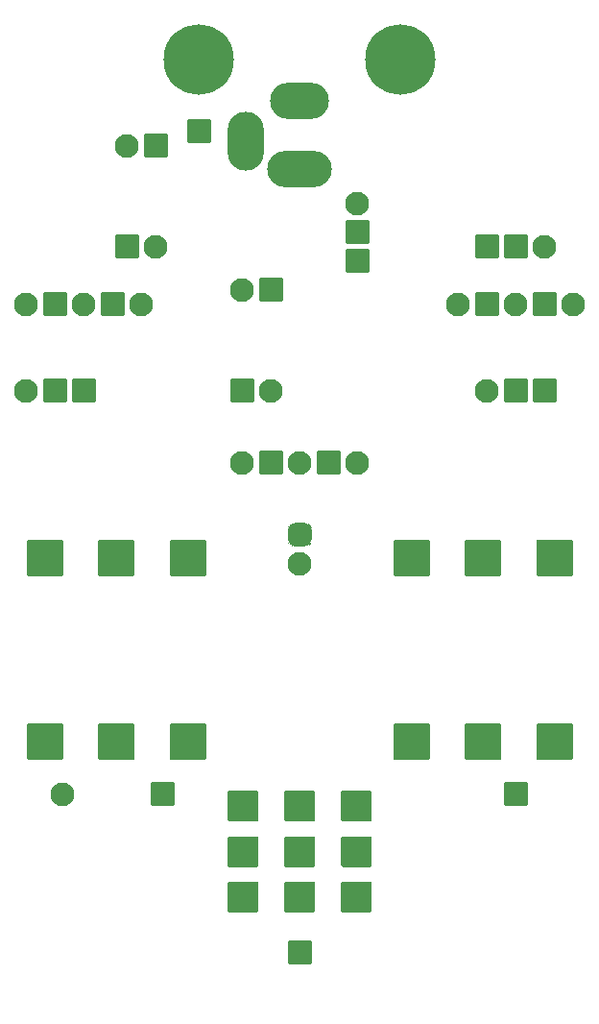
<source format=gbr>
G04 #@! TF.GenerationSoftware,KiCad,Pcbnew,5.1.12-84ad8e8a86~92~ubuntu20.04.1*
G04 #@! TF.CreationDate,2024-08-07T09:27:01+00:00*
G04 #@! TF.ProjectId,___-1.30.B-1,221a1f2d-312e-4333-902e-422d312e6b69,3B*
G04 #@! TF.SameCoordinates,Original*
G04 #@! TF.FileFunction,Soldermask,Bot*
G04 #@! TF.FilePolarity,Negative*
%FSLAX46Y46*%
G04 Gerber Fmt 4.6, Leading zero omitted, Abs format (unit mm)*
G04 Created by KiCad (PCBNEW 5.1.12-84ad8e8a86~92~ubuntu20.04.1) date 2024-08-07 09:27:01*
%MOMM*%
%LPD*%
G01*
G04 APERTURE LIST*
%ADD10C,2.100000*%
%ADD11O,5.700000X3.200000*%
%ADD12O,3.200000X5.200000*%
%ADD13O,5.200000X3.200000*%
%ADD14C,6.200000*%
%ADD15C,0.100000*%
G04 APERTURE END LIST*
D10*
X84455000Y-162560000D03*
G36*
G01*
X92295000Y-163510000D02*
X92295000Y-161610000D01*
G75*
G02*
X92395000Y-161510000I100000J0D01*
G01*
X94295000Y-161510000D01*
G75*
G02*
X94395000Y-161610000I0J-100000D01*
G01*
X94395000Y-163510000D01*
G75*
G02*
X94295000Y-163610000I-100000J0D01*
G01*
X92395000Y-163610000D01*
G75*
G02*
X92295000Y-163510000I0J100000D01*
G01*
G37*
X129540000Y-119380000D03*
G36*
G01*
X125950000Y-120330000D02*
X125950000Y-118430000D01*
G75*
G02*
X126050000Y-118330000I100000J0D01*
G01*
X127950000Y-118330000D01*
G75*
G02*
X128050000Y-118430000I0J-100000D01*
G01*
X128050000Y-120330000D01*
G75*
G02*
X127950000Y-120430000I-100000J0D01*
G01*
X126050000Y-120430000D01*
G75*
G02*
X125950000Y-120330000I0J100000D01*
G01*
G37*
X124460000Y-119380000D03*
G36*
G01*
X120870000Y-120330000D02*
X120870000Y-118430000D01*
G75*
G02*
X120970000Y-118330000I100000J0D01*
G01*
X122870000Y-118330000D01*
G75*
G02*
X122970000Y-118430000I0J-100000D01*
G01*
X122970000Y-120330000D01*
G75*
G02*
X122870000Y-120430000I-100000J0D01*
G01*
X120970000Y-120430000D01*
G75*
G02*
X120870000Y-120330000I0J100000D01*
G01*
G37*
X119380000Y-119380000D03*
X110490000Y-133350000D03*
G36*
G01*
X106900000Y-134300000D02*
X106900000Y-132400000D01*
G75*
G02*
X107000000Y-132300000I100000J0D01*
G01*
X108900000Y-132300000D01*
G75*
G02*
X109000000Y-132400000I0J-100000D01*
G01*
X109000000Y-134300000D01*
G75*
G02*
X108900000Y-134400000I-100000J0D01*
G01*
X107000000Y-134400000D01*
G75*
G02*
X106900000Y-134300000I0J100000D01*
G01*
G37*
X105410000Y-133350000D03*
G36*
G01*
X101820000Y-134300000D02*
X101820000Y-132400000D01*
G75*
G02*
X101920000Y-132300000I100000J0D01*
G01*
X103820000Y-132300000D01*
G75*
G02*
X103920000Y-132400000I0J-100000D01*
G01*
X103920000Y-134300000D01*
G75*
G02*
X103820000Y-134400000I-100000J0D01*
G01*
X101920000Y-134400000D01*
G75*
G02*
X101820000Y-134300000I0J100000D01*
G01*
G37*
X100330000Y-133350000D03*
X91440000Y-119380000D03*
G36*
G01*
X87850000Y-120330000D02*
X87850000Y-118430000D01*
G75*
G02*
X87950000Y-118330000I100000J0D01*
G01*
X89850000Y-118330000D01*
G75*
G02*
X89950000Y-118430000I0J-100000D01*
G01*
X89950000Y-120330000D01*
G75*
G02*
X89850000Y-120430000I-100000J0D01*
G01*
X87950000Y-120430000D01*
G75*
G02*
X87850000Y-120330000I0J100000D01*
G01*
G37*
X86360000Y-119380000D03*
G36*
G01*
X82770000Y-120330000D02*
X82770000Y-118430000D01*
G75*
G02*
X82870000Y-118330000I100000J0D01*
G01*
X84770000Y-118330000D01*
G75*
G02*
X84870000Y-118430000I0J-100000D01*
G01*
X84870000Y-120330000D01*
G75*
G02*
X84770000Y-120430000I-100000J0D01*
G01*
X82870000Y-120430000D01*
G75*
G02*
X82770000Y-120330000I0J100000D01*
G01*
G37*
X81280000Y-119380000D03*
G36*
G01*
X109540000Y-114520000D02*
X111440000Y-114520000D01*
G75*
G02*
X111540000Y-114620000I0J-100000D01*
G01*
X111540000Y-116520000D01*
G75*
G02*
X111440000Y-116620000I-100000J0D01*
G01*
X109540000Y-116620000D01*
G75*
G02*
X109440000Y-116520000I0J100000D01*
G01*
X109440000Y-114620000D01*
G75*
G02*
X109540000Y-114520000I100000J0D01*
G01*
G37*
G36*
G01*
X109540000Y-111980000D02*
X111440000Y-111980000D01*
G75*
G02*
X111540000Y-112080000I0J-100000D01*
G01*
X111540000Y-113980000D01*
G75*
G02*
X111440000Y-114080000I-100000J0D01*
G01*
X109540000Y-114080000D01*
G75*
G02*
X109440000Y-113980000I0J100000D01*
G01*
X109440000Y-112080000D01*
G75*
G02*
X109540000Y-111980000I100000J0D01*
G01*
G37*
X110490000Y-110490000D03*
G36*
G01*
X122970000Y-113350000D02*
X122970000Y-115250000D01*
G75*
G02*
X122870000Y-115350000I-100000J0D01*
G01*
X120970000Y-115350000D01*
G75*
G02*
X120870000Y-115250000I0J100000D01*
G01*
X120870000Y-113350000D01*
G75*
G02*
X120970000Y-113250000I100000J0D01*
G01*
X122870000Y-113250000D01*
G75*
G02*
X122970000Y-113350000I0J-100000D01*
G01*
G37*
G36*
G01*
X125510000Y-113350000D02*
X125510000Y-115250000D01*
G75*
G02*
X125410000Y-115350000I-100000J0D01*
G01*
X123510000Y-115350000D01*
G75*
G02*
X123410000Y-115250000I0J100000D01*
G01*
X123410000Y-113350000D01*
G75*
G02*
X123510000Y-113250000I100000J0D01*
G01*
X125410000Y-113250000D01*
G75*
G02*
X125510000Y-113350000I0J-100000D01*
G01*
G37*
X127000000Y-114300000D03*
G36*
G01*
X125950000Y-127950000D02*
X125950000Y-126050000D01*
G75*
G02*
X126050000Y-125950000I100000J0D01*
G01*
X127950000Y-125950000D01*
G75*
G02*
X128050000Y-126050000I0J-100000D01*
G01*
X128050000Y-127950000D01*
G75*
G02*
X127950000Y-128050000I-100000J0D01*
G01*
X126050000Y-128050000D01*
G75*
G02*
X125950000Y-127950000I0J100000D01*
G01*
G37*
G36*
G01*
X123410000Y-127950000D02*
X123410000Y-126050000D01*
G75*
G02*
X123510000Y-125950000I100000J0D01*
G01*
X125410000Y-125950000D01*
G75*
G02*
X125510000Y-126050000I0J-100000D01*
G01*
X125510000Y-127950000D01*
G75*
G02*
X125410000Y-128050000I-100000J0D01*
G01*
X123510000Y-128050000D01*
G75*
G02*
X123410000Y-127950000I0J100000D01*
G01*
G37*
X121920000Y-127000000D03*
G36*
G01*
X85310000Y-127950000D02*
X85310000Y-126050000D01*
G75*
G02*
X85410000Y-125950000I100000J0D01*
G01*
X87310000Y-125950000D01*
G75*
G02*
X87410000Y-126050000I0J-100000D01*
G01*
X87410000Y-127950000D01*
G75*
G02*
X87310000Y-128050000I-100000J0D01*
G01*
X85410000Y-128050000D01*
G75*
G02*
X85310000Y-127950000I0J100000D01*
G01*
G37*
G36*
G01*
X82770000Y-127950000D02*
X82770000Y-126050000D01*
G75*
G02*
X82870000Y-125950000I100000J0D01*
G01*
X84770000Y-125950000D01*
G75*
G02*
X84870000Y-126050000I0J-100000D01*
G01*
X84870000Y-127950000D01*
G75*
G02*
X84770000Y-128050000I-100000J0D01*
G01*
X82870000Y-128050000D01*
G75*
G02*
X82770000Y-127950000I0J100000D01*
G01*
G37*
X81280000Y-127000000D03*
G36*
G01*
X99380000Y-125950000D02*
X101280000Y-125950000D01*
G75*
G02*
X101380000Y-126050000I0J-100000D01*
G01*
X101380000Y-127950000D01*
G75*
G02*
X101280000Y-128050000I-100000J0D01*
G01*
X99380000Y-128050000D01*
G75*
G02*
X99280000Y-127950000I0J100000D01*
G01*
X99280000Y-126050000D01*
G75*
G02*
X99380000Y-125950000I100000J0D01*
G01*
G37*
X100330000Y-118110000D03*
G36*
G01*
X103820000Y-119160000D02*
X101920000Y-119160000D01*
G75*
G02*
X101820000Y-119060000I0J100000D01*
G01*
X101820000Y-117160000D01*
G75*
G02*
X101920000Y-117060000I100000J0D01*
G01*
X103820000Y-117060000D01*
G75*
G02*
X103920000Y-117160000I0J-100000D01*
G01*
X103920000Y-119060000D01*
G75*
G02*
X103820000Y-119160000I-100000J0D01*
G01*
G37*
X102870000Y-127000000D03*
G36*
G01*
X89220000Y-113250000D02*
X91120000Y-113250000D01*
G75*
G02*
X91220000Y-113350000I0J-100000D01*
G01*
X91220000Y-115250000D01*
G75*
G02*
X91120000Y-115350000I-100000J0D01*
G01*
X89220000Y-115350000D01*
G75*
G02*
X89120000Y-115250000I0J100000D01*
G01*
X89120000Y-113350000D01*
G75*
G02*
X89220000Y-113250000I100000J0D01*
G01*
G37*
X90170000Y-105410000D03*
G36*
G01*
X93660000Y-106460000D02*
X91760000Y-106460000D01*
G75*
G02*
X91660000Y-106360000I0J100000D01*
G01*
X91660000Y-104460000D01*
G75*
G02*
X91760000Y-104360000I100000J0D01*
G01*
X93660000Y-104360000D01*
G75*
G02*
X93760000Y-104460000I0J-100000D01*
G01*
X93760000Y-106360000D01*
G75*
G02*
X93660000Y-106460000I-100000J0D01*
G01*
G37*
X92710000Y-114300000D03*
G36*
G01*
X116780000Y-159560000D02*
X113780000Y-159560000D01*
G75*
G02*
X113680000Y-159460000I0J100000D01*
G01*
X113680000Y-156460000D01*
G75*
G02*
X113780000Y-156360000I100000J0D01*
G01*
X116780000Y-156360000D01*
G75*
G02*
X116880000Y-156460000I0J-100000D01*
G01*
X116880000Y-159460000D01*
G75*
G02*
X116780000Y-159560000I-100000J0D01*
G01*
G37*
G36*
G01*
X123080000Y-159560000D02*
X120080000Y-159560000D01*
G75*
G02*
X119980000Y-159460000I0J100000D01*
G01*
X119980000Y-156460000D01*
G75*
G02*
X120080000Y-156360000I100000J0D01*
G01*
X123080000Y-156360000D01*
G75*
G02*
X123180000Y-156460000I0J-100000D01*
G01*
X123180000Y-159460000D01*
G75*
G02*
X123080000Y-159560000I-100000J0D01*
G01*
G37*
G36*
G01*
X129380000Y-159560000D02*
X126380000Y-159560000D01*
G75*
G02*
X126280000Y-159460000I0J100000D01*
G01*
X126280000Y-156460000D01*
G75*
G02*
X126380000Y-156360000I100000J0D01*
G01*
X129380000Y-156360000D01*
G75*
G02*
X129480000Y-156460000I0J-100000D01*
G01*
X129480000Y-159460000D01*
G75*
G02*
X129380000Y-159560000I-100000J0D01*
G01*
G37*
G36*
G01*
X116780000Y-143360000D02*
X113780000Y-143360000D01*
G75*
G02*
X113680000Y-143260000I0J100000D01*
G01*
X113680000Y-140260000D01*
G75*
G02*
X113780000Y-140160000I100000J0D01*
G01*
X116780000Y-140160000D01*
G75*
G02*
X116880000Y-140260000I0J-100000D01*
G01*
X116880000Y-143260000D01*
G75*
G02*
X116780000Y-143360000I-100000J0D01*
G01*
G37*
G36*
G01*
X123080000Y-143360000D02*
X120080000Y-143360000D01*
G75*
G02*
X119980000Y-143260000I0J100000D01*
G01*
X119980000Y-140260000D01*
G75*
G02*
X120080000Y-140160000I100000J0D01*
G01*
X123080000Y-140160000D01*
G75*
G02*
X123180000Y-140260000I0J-100000D01*
G01*
X123180000Y-143260000D01*
G75*
G02*
X123080000Y-143360000I-100000J0D01*
G01*
G37*
G36*
G01*
X129380000Y-143360000D02*
X126380000Y-143360000D01*
G75*
G02*
X126280000Y-143260000I0J100000D01*
G01*
X126280000Y-140260000D01*
G75*
G02*
X126380000Y-140160000I100000J0D01*
G01*
X129380000Y-140160000D01*
G75*
G02*
X129480000Y-140260000I0J-100000D01*
G01*
X129480000Y-143260000D01*
G75*
G02*
X129380000Y-143360000I-100000J0D01*
G01*
G37*
G36*
G01*
X94040000Y-140160000D02*
X97040000Y-140160000D01*
G75*
G02*
X97140000Y-140260000I0J-100000D01*
G01*
X97140000Y-143260000D01*
G75*
G02*
X97040000Y-143360000I-100000J0D01*
G01*
X94040000Y-143360000D01*
G75*
G02*
X93940000Y-143260000I0J100000D01*
G01*
X93940000Y-140260000D01*
G75*
G02*
X94040000Y-140160000I100000J0D01*
G01*
G37*
G36*
G01*
X87740000Y-140160000D02*
X90740000Y-140160000D01*
G75*
G02*
X90840000Y-140260000I0J-100000D01*
G01*
X90840000Y-143260000D01*
G75*
G02*
X90740000Y-143360000I-100000J0D01*
G01*
X87740000Y-143360000D01*
G75*
G02*
X87640000Y-143260000I0J100000D01*
G01*
X87640000Y-140260000D01*
G75*
G02*
X87740000Y-140160000I100000J0D01*
G01*
G37*
G36*
G01*
X81440000Y-140160000D02*
X84440000Y-140160000D01*
G75*
G02*
X84540000Y-140260000I0J-100000D01*
G01*
X84540000Y-143260000D01*
G75*
G02*
X84440000Y-143360000I-100000J0D01*
G01*
X81440000Y-143360000D01*
G75*
G02*
X81340000Y-143260000I0J100000D01*
G01*
X81340000Y-140260000D01*
G75*
G02*
X81440000Y-140160000I100000J0D01*
G01*
G37*
G36*
G01*
X94040000Y-156360000D02*
X97040000Y-156360000D01*
G75*
G02*
X97140000Y-156460000I0J-100000D01*
G01*
X97140000Y-159460000D01*
G75*
G02*
X97040000Y-159560000I-100000J0D01*
G01*
X94040000Y-159560000D01*
G75*
G02*
X93940000Y-159460000I0J100000D01*
G01*
X93940000Y-156460000D01*
G75*
G02*
X94040000Y-156360000I100000J0D01*
G01*
G37*
G36*
G01*
X87740000Y-156360000D02*
X90740000Y-156360000D01*
G75*
G02*
X90840000Y-156460000I0J-100000D01*
G01*
X90840000Y-159460000D01*
G75*
G02*
X90740000Y-159560000I-100000J0D01*
G01*
X87740000Y-159560000D01*
G75*
G02*
X87640000Y-159460000I0J100000D01*
G01*
X87640000Y-156460000D01*
G75*
G02*
X87740000Y-156360000I100000J0D01*
G01*
G37*
G36*
G01*
X81440000Y-156360000D02*
X84440000Y-156360000D01*
G75*
G02*
X84540000Y-156460000I0J-100000D01*
G01*
X84540000Y-159460000D01*
G75*
G02*
X84440000Y-159560000I-100000J0D01*
G01*
X81440000Y-159560000D01*
G75*
G02*
X81340000Y-159460000I0J100000D01*
G01*
X81340000Y-156460000D01*
G75*
G02*
X81440000Y-156360000I100000J0D01*
G01*
G37*
D11*
X105410000Y-107480000D03*
D12*
X100610000Y-104980000D03*
D13*
X105410000Y-101480000D03*
D10*
X105410000Y-142240000D03*
G36*
G01*
X105830000Y-140750000D02*
X104990000Y-140750000D01*
G75*
G02*
X104360000Y-140120000I0J630000D01*
G01*
X104360000Y-139280000D01*
G75*
G02*
X104990000Y-138650000I630000J0D01*
G01*
X105830000Y-138650000D01*
G75*
G02*
X106460000Y-139280000I0J-630000D01*
G01*
X106460000Y-140120000D01*
G75*
G02*
X105830000Y-140750000I-630000J0D01*
G01*
G37*
G36*
G01*
X109060000Y-168890000D02*
X109060000Y-166390000D01*
G75*
G02*
X109160000Y-166290000I100000J0D01*
G01*
X111660000Y-166290000D01*
G75*
G02*
X111760000Y-166390000I0J-100000D01*
G01*
X111760000Y-168890000D01*
G75*
G02*
X111660000Y-168990000I-100000J0D01*
G01*
X109160000Y-168990000D01*
G75*
G02*
X109060000Y-168890000I0J100000D01*
G01*
G37*
G36*
G01*
X109060000Y-172890000D02*
X109060000Y-170390000D01*
G75*
G02*
X109160000Y-170290000I100000J0D01*
G01*
X111660000Y-170290000D01*
G75*
G02*
X111760000Y-170390000I0J-100000D01*
G01*
X111760000Y-172890000D01*
G75*
G02*
X111660000Y-172990000I-100000J0D01*
G01*
X109160000Y-172990000D01*
G75*
G02*
X109060000Y-172890000I0J100000D01*
G01*
G37*
G36*
G01*
X109060000Y-164890000D02*
X109060000Y-162390000D01*
G75*
G02*
X109160000Y-162290000I100000J0D01*
G01*
X111660000Y-162290000D01*
G75*
G02*
X111760000Y-162390000I0J-100000D01*
G01*
X111760000Y-164890000D01*
G75*
G02*
X111660000Y-164990000I-100000J0D01*
G01*
X109160000Y-164990000D01*
G75*
G02*
X109060000Y-164890000I0J100000D01*
G01*
G37*
G36*
G01*
X104060000Y-168890000D02*
X104060000Y-166390000D01*
G75*
G02*
X104160000Y-166290000I100000J0D01*
G01*
X106660000Y-166290000D01*
G75*
G02*
X106760000Y-166390000I0J-100000D01*
G01*
X106760000Y-168890000D01*
G75*
G02*
X106660000Y-168990000I-100000J0D01*
G01*
X104160000Y-168990000D01*
G75*
G02*
X104060000Y-168890000I0J100000D01*
G01*
G37*
G36*
G01*
X104060000Y-172890000D02*
X104060000Y-170390000D01*
G75*
G02*
X104160000Y-170290000I100000J0D01*
G01*
X106660000Y-170290000D01*
G75*
G02*
X106760000Y-170390000I0J-100000D01*
G01*
X106760000Y-172890000D01*
G75*
G02*
X106660000Y-172990000I-100000J0D01*
G01*
X104160000Y-172990000D01*
G75*
G02*
X104060000Y-172890000I0J100000D01*
G01*
G37*
G36*
G01*
X104060000Y-164890000D02*
X104060000Y-162390000D01*
G75*
G02*
X104160000Y-162290000I100000J0D01*
G01*
X106660000Y-162290000D01*
G75*
G02*
X106760000Y-162390000I0J-100000D01*
G01*
X106760000Y-164890000D01*
G75*
G02*
X106660000Y-164990000I-100000J0D01*
G01*
X104160000Y-164990000D01*
G75*
G02*
X104060000Y-164890000I0J100000D01*
G01*
G37*
G36*
G01*
X99060000Y-164890000D02*
X99060000Y-162390000D01*
G75*
G02*
X99160000Y-162290000I100000J0D01*
G01*
X101660000Y-162290000D01*
G75*
G02*
X101760000Y-162390000I0J-100000D01*
G01*
X101760000Y-164890000D01*
G75*
G02*
X101660000Y-164990000I-100000J0D01*
G01*
X99160000Y-164990000D01*
G75*
G02*
X99060000Y-164890000I0J100000D01*
G01*
G37*
G36*
G01*
X99060000Y-168890000D02*
X99060000Y-166390000D01*
G75*
G02*
X99160000Y-166290000I100000J0D01*
G01*
X101660000Y-166290000D01*
G75*
G02*
X101760000Y-166390000I0J-100000D01*
G01*
X101760000Y-168890000D01*
G75*
G02*
X101660000Y-168990000I-100000J0D01*
G01*
X99160000Y-168990000D01*
G75*
G02*
X99060000Y-168890000I0J100000D01*
G01*
G37*
G36*
G01*
X99060000Y-172890000D02*
X99060000Y-170390000D01*
G75*
G02*
X99160000Y-170290000I100000J0D01*
G01*
X101660000Y-170290000D01*
G75*
G02*
X101760000Y-170390000I0J-100000D01*
G01*
X101760000Y-172890000D01*
G75*
G02*
X101660000Y-172990000I-100000J0D01*
G01*
X99160000Y-172990000D01*
G75*
G02*
X99060000Y-172890000I0J100000D01*
G01*
G37*
D14*
X114300000Y-97790000D03*
X96520000Y-97790000D03*
G36*
G01*
X123410000Y-163510000D02*
X123410000Y-161610000D01*
G75*
G02*
X123510000Y-161510000I100000J0D01*
G01*
X125410000Y-161510000D01*
G75*
G02*
X125510000Y-161610000I0J-100000D01*
G01*
X125510000Y-163510000D01*
G75*
G02*
X125410000Y-163610000I-100000J0D01*
G01*
X123510000Y-163610000D01*
G75*
G02*
X123410000Y-163510000I0J100000D01*
G01*
G37*
G36*
G01*
X95470000Y-105090000D02*
X95470000Y-103190000D01*
G75*
G02*
X95570000Y-103090000I100000J0D01*
G01*
X97470000Y-103090000D01*
G75*
G02*
X97570000Y-103190000I0J-100000D01*
G01*
X97570000Y-105090000D01*
G75*
G02*
X97470000Y-105190000I-100000J0D01*
G01*
X95570000Y-105190000D01*
G75*
G02*
X95470000Y-105090000I0J100000D01*
G01*
G37*
G36*
G01*
X104360000Y-177480000D02*
X104360000Y-175580000D01*
G75*
G02*
X104460000Y-175480000I100000J0D01*
G01*
X106360000Y-175480000D01*
G75*
G02*
X106460000Y-175580000I0J-100000D01*
G01*
X106460000Y-177480000D01*
G75*
G02*
X106360000Y-177580000I-100000J0D01*
G01*
X104460000Y-177580000D01*
G75*
G02*
X104360000Y-177480000I0J100000D01*
G01*
G37*
D15*
G36*
X104361990Y-140119804D02*
G01*
X104374075Y-140242512D01*
X104409813Y-140360322D01*
X104467845Y-140468893D01*
X104545944Y-140564056D01*
X104641107Y-140642155D01*
X104749678Y-140700187D01*
X104867488Y-140735925D01*
X104990196Y-140748010D01*
X104991822Y-140749175D01*
X104991626Y-140751165D01*
X104990000Y-140752000D01*
X104954908Y-140752000D01*
X104954712Y-140751990D01*
X104834797Y-140740179D01*
X104834412Y-140740103D01*
X104723820Y-140706556D01*
X104723458Y-140706406D01*
X104621540Y-140651930D01*
X104621214Y-140651712D01*
X104531880Y-140578397D01*
X104531603Y-140578120D01*
X104458288Y-140488786D01*
X104458070Y-140488460D01*
X104403594Y-140386542D01*
X104403444Y-140386180D01*
X104369897Y-140275588D01*
X104369821Y-140275203D01*
X104358010Y-140155288D01*
X104358000Y-140155092D01*
X104358000Y-140120000D01*
X104359000Y-140118268D01*
X104361000Y-140118268D01*
X104361990Y-140119804D01*
G37*
G36*
X106461165Y-140118374D02*
G01*
X106462000Y-140120000D01*
X106462000Y-140155092D01*
X106461990Y-140155288D01*
X106450179Y-140275203D01*
X106450103Y-140275588D01*
X106416556Y-140386180D01*
X106416406Y-140386542D01*
X106361930Y-140488460D01*
X106361712Y-140488786D01*
X106288397Y-140578120D01*
X106288120Y-140578397D01*
X106198786Y-140651712D01*
X106198460Y-140651930D01*
X106096542Y-140706406D01*
X106096180Y-140706556D01*
X105985588Y-140740103D01*
X105985203Y-140740179D01*
X105865288Y-140751990D01*
X105865092Y-140752000D01*
X105830000Y-140752000D01*
X105828268Y-140751000D01*
X105828268Y-140749000D01*
X105829804Y-140748010D01*
X105952512Y-140735925D01*
X106070322Y-140700187D01*
X106178893Y-140642155D01*
X106274056Y-140564056D01*
X106352155Y-140468893D01*
X106410187Y-140360322D01*
X106445925Y-140242512D01*
X106458010Y-140119804D01*
X106459175Y-140118178D01*
X106461165Y-140118374D01*
G37*
G36*
X104991732Y-138649000D02*
G01*
X104991732Y-138651000D01*
X104990196Y-138651990D01*
X104867488Y-138664075D01*
X104749678Y-138699813D01*
X104641107Y-138757845D01*
X104545944Y-138835944D01*
X104467845Y-138931107D01*
X104409813Y-139039678D01*
X104374075Y-139157488D01*
X104361990Y-139280196D01*
X104360825Y-139281822D01*
X104358835Y-139281626D01*
X104358000Y-139280000D01*
X104358000Y-139244908D01*
X104358010Y-139244712D01*
X104369821Y-139124797D01*
X104369897Y-139124412D01*
X104403444Y-139013820D01*
X104403594Y-139013458D01*
X104458070Y-138911540D01*
X104458288Y-138911214D01*
X104531603Y-138821880D01*
X104531880Y-138821603D01*
X104621214Y-138748288D01*
X104621540Y-138748070D01*
X104723458Y-138693594D01*
X104723820Y-138693444D01*
X104834412Y-138659897D01*
X104834797Y-138659821D01*
X104954712Y-138648010D01*
X104954908Y-138648000D01*
X104990000Y-138648000D01*
X104991732Y-138649000D01*
G37*
G36*
X105865288Y-138648010D02*
G01*
X105985203Y-138659821D01*
X105985588Y-138659897D01*
X106096180Y-138693444D01*
X106096542Y-138693594D01*
X106198460Y-138748070D01*
X106198786Y-138748288D01*
X106288120Y-138821603D01*
X106288397Y-138821880D01*
X106361712Y-138911214D01*
X106361930Y-138911540D01*
X106416406Y-139013458D01*
X106416556Y-139013820D01*
X106450103Y-139124412D01*
X106450179Y-139124797D01*
X106461990Y-139244712D01*
X106462000Y-139244908D01*
X106462000Y-139280000D01*
X106461000Y-139281732D01*
X106459000Y-139281732D01*
X106458010Y-139280196D01*
X106445925Y-139157488D01*
X106410187Y-139039678D01*
X106352155Y-138931107D01*
X106274056Y-138835944D01*
X106178893Y-138757845D01*
X106070322Y-138699813D01*
X105952512Y-138664075D01*
X105829804Y-138651990D01*
X105828178Y-138650825D01*
X105828374Y-138648835D01*
X105830000Y-138648000D01*
X105865092Y-138648000D01*
X105865288Y-138648010D01*
G37*
M02*

</source>
